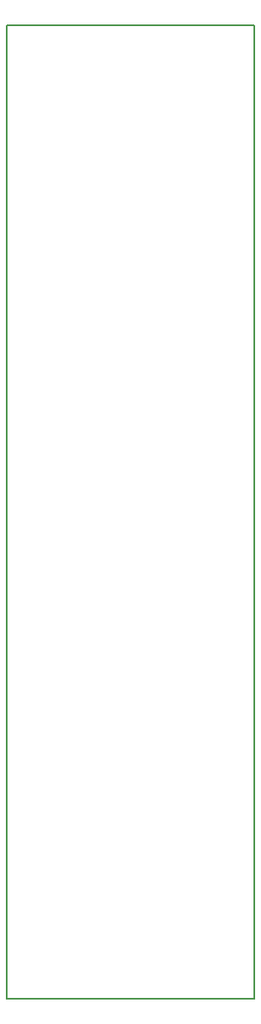
<source format=gbr>
%TF.GenerationSoftware,KiCad,Pcbnew,(6.0.4)*%
%TF.CreationDate,2023-05-09T11:07:54+09:00*%
%TF.ProjectId,Antenna,416e7465-6e6e-4612-9e6b-696361645f70,rev?*%
%TF.SameCoordinates,Original*%
%TF.FileFunction,Profile,NP*%
%FSLAX46Y46*%
G04 Gerber Fmt 4.6, Leading zero omitted, Abs format (unit mm)*
G04 Created by KiCad (PCBNEW (6.0.4)) date 2023-05-09 11:07:54*
%MOMM*%
%LPD*%
G01*
G04 APERTURE LIST*
%TA.AperFunction,Profile*%
%ADD10C,0.150000*%
%TD*%
G04 APERTURE END LIST*
D10*
X136448800Y-140944600D02*
X111556800Y-140944600D01*
X111556800Y-140944600D02*
X111556800Y-43053000D01*
X111556800Y-43053000D02*
X136448800Y-43053000D01*
X136448800Y-43053000D02*
X136448800Y-140944600D01*
M02*

</source>
